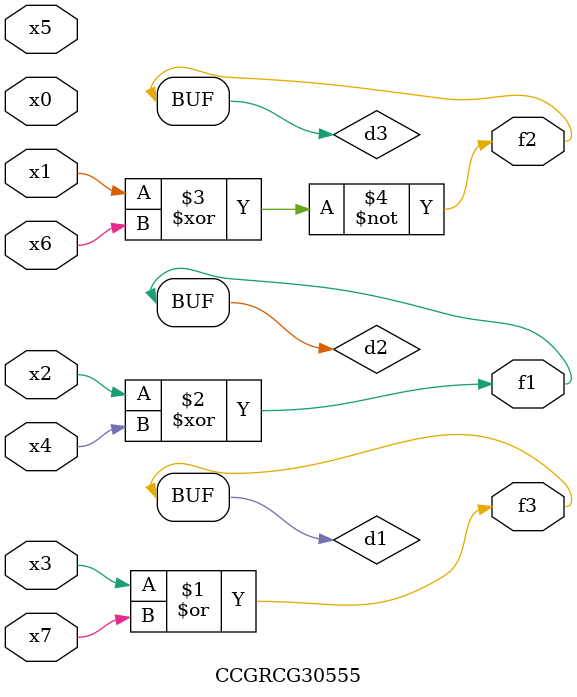
<source format=v>
module CCGRCG30555(
	input x0, x1, x2, x3, x4, x5, x6, x7,
	output f1, f2, f3
);

	wire d1, d2, d3;

	or (d1, x3, x7);
	xor (d2, x2, x4);
	xnor (d3, x1, x6);
	assign f1 = d2;
	assign f2 = d3;
	assign f3 = d1;
endmodule

</source>
